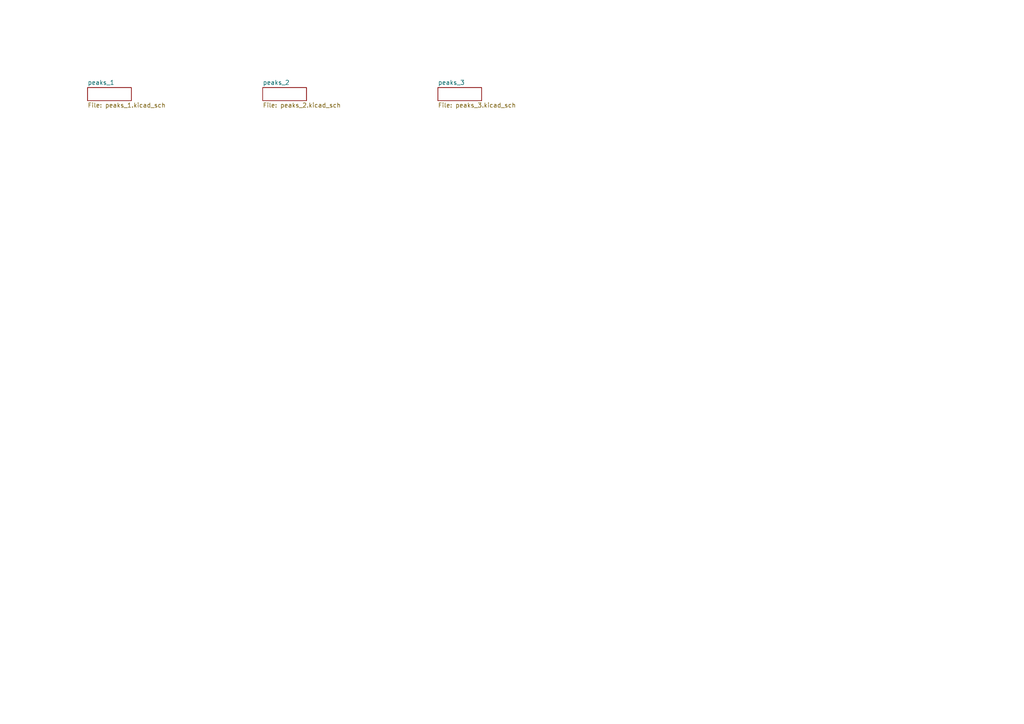
<source format=kicad_sch>
(kicad_sch (version 20230121) (generator eeschema)
  (paper "A4")
  (lib_symbols)
  (sheet (at 76.2 25.4) (size 12.7 3.81)
    (property "Sheetname" "peaks_2" (at 76.2 24.6884 0) (effects (justify left bottom)))
    (property "Sheetfile" "peaks_2.kicad_sch" (at 76.2 29.7946 0) (effects (justify left top)))
  )
  (sheet (at 25.4 25.4) (size 12.7 3.81)
    (property "Sheetname" "peaks_1" (at 25.4 24.6884 0) (effects (justify left bottom)))
    (property "Sheetfile" "peaks_1.kicad_sch" (at 25.4 29.7946 0) (effects (justify left top)))
  )
  (sheet (at 127 25.4) (size 12.7 3.81)
    (property "Sheetname" "peaks_3" (at 127 24.6884 0) (effects (justify left bottom)))
    (property "Sheetfile" "peaks_3.kicad_sch" (at 127 29.7946 0) (effects (justify left top)))
  )
)
</source>
